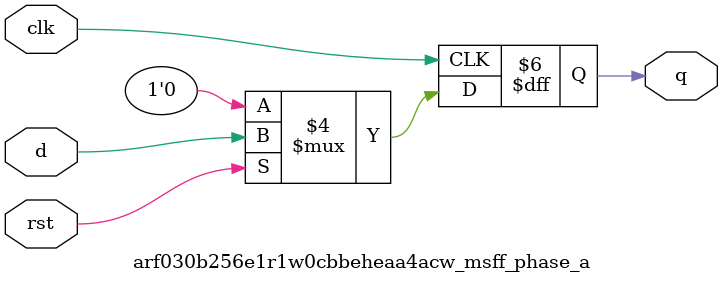
<source format=sv>
`ifndef ARF030B256E1R1W0CBBEHEAA4ACW_MSFF_PHASE_A_SV
`define ARF030B256E1R1W0CBBEHEAA4ACW_MSFF_PHASE_A_SV

module arf030b256e1r1w0cbbeheaa4acw_msff_phase_a #
(
  parameter DWIDTH = 1
)
(
  input  logic [DWIDTH-1:0] d,
  input  logic clk,
  input  logic rst,
  output logic [DWIDTH-1:0] q
);

always_ff @ (posedge clk) begin
  if (~rst) begin
    q <= '0;
  end
  else begin
    q <= d;
  end
end

endmodule // arf030b256e1r1w0cbbeheaa4acw_msff_phase_a

`endif // ARF030B256E1R1W0CBBEHEAA4ACW_MSFF_PHASE_A_SV
</source>
